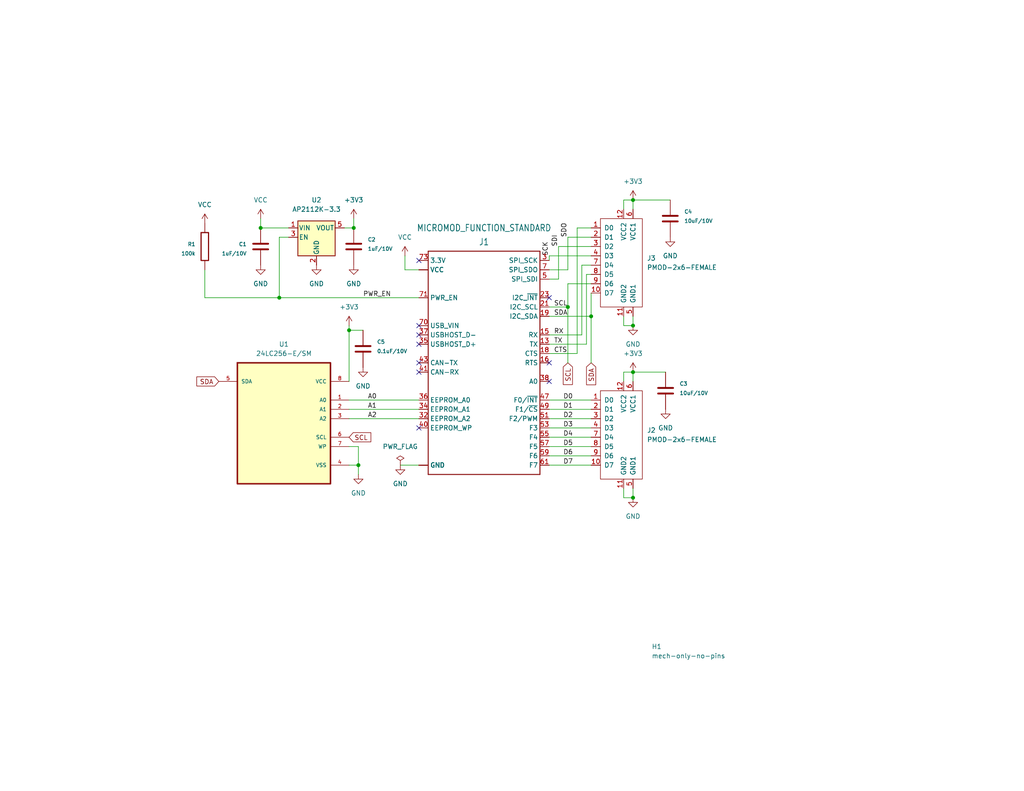
<source format=kicad_sch>
(kicad_sch (version 20211123) (generator eeschema)
  (paper "USLetter")
  (lib_symbols
    (symbol "power:+3.3V" (power) (pin_names (offset 0))
      (property "Value" "+3.3V" (at 0 3.556 0))
      (symbol "+3.3V_0_1"
        (polyline (pts (xy -0.762 1.27) (xy 0 2.54)))
        (polyline (pts (xy 0 0) (xy 0 2.54)))
        (polyline (pts (xy 0 2.54) (xy 0.762 1.27)))
      )
      (symbol "+3.3V_1_1"
        (pin power_in line (at 0 0 90) (length 0) hide (name "+3V3") (number "1"))
      )
    )
    (symbol "power:GND" (power) (pin_names (offset 0))
      (property "Value" "GND" (at 0 -3.81 0))
      (symbol "GND_0_1"
        (polyline (pts (xy 0 0) (xy 0 -1.27) (xy 1.27 -1.27) (xy 0 -2.54) (xy -1.27 -1.27) (xy 0 -1.27)))
      )
      (symbol "GND_1_1"
        (pin power_in line (at 0 0 270) (length 0) hide (name "GND") (number "1"))
      )
    )
    (symbol "power:PWR_FLAG" (power) (pin_numbers hide) (pin_names (offset 0) hide)
      (property "Value" "PWR_FLAG" (at 0 3.81 0))
      (symbol "PWR_FLAG_0_0"
        (pin power_out line (at 0 0 90) (length 0) (name "pwr") (number "1"))
      )
      (symbol "PWR_FLAG_0_1"
        (polyline (pts (xy 0 0) (xy 0 1.27) (xy -1.016 1.905) (xy 0 2.54) (xy 1.016 1.905) (xy 0 1.27)))
      )
    )
    (symbol "power:VCC" (power) (pin_names (offset 0))
      (property "Value" "VCC" (at 0 3.81 0))
      (symbol "VCC_0_1"
        (polyline (pts (xy -0.762 1.27) (xy 0 2.54)))
        (polyline (pts (xy 0 0) (xy 0 2.54)))
        (polyline (pts (xy 0 2.54) (xy 0.762 1.27)))
      )
      (symbol "VCC_1_1"
        (pin power_in line (at 0 0 90) (length 0) hide (name "VCC") (number "1"))
      )
    )
    (symbol "tom-connectors:PMOD-2x6-FEMALE" (pin_names (offset 1.016))
      (property "Reference" "J" (at 3.81 -11.43 0))
      (property "Value" "PMOD-2x6-FEMALE" (at -7.62 0 90))
      (symbol "PMOD-2x6-FEMALE_1_1"
        (rectangle (start -6.35 11.43) (end 5.08 -12.7))
        (rectangle (start 3.81 -6.35) (end 3.81 -6.35))
        (pin bidirectional line (at 7.62 8.89 180) (length 2.54) (name "D0") (number "1"))
        (pin bidirectional line (at 7.62 -8.89 180) (length 2.54) (name "D7") (number "10"))
        (pin passive line (at -1.27 -15.24 90) (length 2.54) (name "GND2") (number "11"))
        (pin passive line (at -1.27 13.97 270) (length 2.54) (name "VCC2") (number "12"))
        (pin bidirectional line (at 7.62 6.35 180) (length 2.54) (name "D1") (number "2"))
        (pin bidirectional line (at 7.62 3.81 180) (length 2.54) (name "D2") (number "3"))
        (pin bidirectional line (at 7.62 1.27 180) (length 2.54) (name "D3") (number "4"))
        (pin passive line (at -3.81 -15.24 90) (length 2.54) (name "GND1") (number "5"))
        (pin passive line (at -3.81 13.97 270) (length 2.54) (name "VCC1") (number "6"))
        (pin bidirectional line (at 7.62 -1.27 180) (length 2.54) (name "D4") (number "7"))
        (pin bidirectional line (at 7.62 -3.81 180) (length 2.54) (name "D5") (number "8"))
        (pin bidirectional line (at 7.62 -6.35 180) (length 2.54) (name "D6") (number "9"))
      )
    )
    (symbol "tom-mechanical:mech-only-no-pins" (pin_numbers hide) (pin_names (offset 0) hide)
      (property "Reference" "H" (at 0 0 0))
      (property "Value" "mech-only-no-pins" (at 0 2.54 0))
    )
    (symbol "tom-modules:MICROMOD_FUNCTION_STANDARD"
      (property "Reference" "J1" (at -15.24 28.448 0))
      (property "Value" "MICROMOD_FUNCTION_STANDARD" (at -15.24 -35.56 0))
      (symbol "MICROMOD_FUNCTION_STANDARD_1_0"
        (polyline (pts (xy -15.24 -33.02) (xy -15.24 27.94)) (stroke (width 0.254)))
        (polyline (pts (xy -15.24 27.94) (xy 15.24 27.94)) (stroke (width 0.254)))
        (polyline (pts (xy 15.24 -33.02) (xy -15.24 -33.02)) (stroke (width 0.254)))
        (polyline (pts (xy 15.24 27.94) (xy 15.24 -33.02)) (stroke (width 0.254)))
        (pin passive line (at -17.78 -30.48 0) (length 2.54) (name "GND") (number "1"))
        (pin bidirectional line (at 17.78 2.54 180) (length 2.54) (name "TX") (number "13"))
        (pin bidirectional line (at 17.78 5.08 180) (length 2.54) (name "RX") (number "15"))
        (pin bidirectional line (at 17.78 -2.54 180) (length 2.54) (name "RTS") (number "16"))
        (pin bidirectional line (at 17.78 0 180) (length 2.54) (name "CTS") (number "18"))
        (pin bidirectional line (at 17.78 10.16 180) (length 2.54) (name "I2C_SDA") (number "19"))
        (pin bidirectional line (at 17.78 12.7 180) (length 2.54) (name "I2C_SCL") (number "21"))
        (pin bidirectional line (at 17.78 15.24 180) (length 2.54) (name "I2C_~{INT}") (number "23"))
        (pin bidirectional line (at 17.78 25.4 180) (length 2.54) (name "SPI_SCK") (number "3"))
        (pin bidirectional line (at -17.78 -17.78 0) (length 2.54) (name "EEPROM_A2") (number "32"))
        (pin passive line (at -17.78 -30.48 0) (length 2.54) (name "GND") (number "33"))
        (pin bidirectional line (at -17.78 -15.24 0) (length 2.54) (name "EEPROM_A1") (number "34"))
        (pin bidirectional line (at -17.78 2.54 0) (length 2.54) (name "USBHOST_D+") (number "35"))
        (pin bidirectional line (at -17.78 -12.7 0) (length 2.54) (name "EEPROM_A0") (number "36"))
        (pin bidirectional line (at -17.78 5.08 0) (length 2.54) (name "USBHOST_D-") (number "37"))
        (pin bidirectional line (at 17.78 -7.62 180) (length 2.54) (name "A0") (number "38"))
        (pin passive line (at -17.78 -30.48 0) (length 2.54) (name "GND") (number "39"))
        (pin bidirectional line (at -17.78 -20.32 0) (length 2.54) (name "EEPROM_WP") (number "40"))
        (pin bidirectional line (at -17.78 -5.08 0) (length 2.54) (name "CAN-RX") (number "41"))
        (pin bidirectional line (at -17.78 -2.54 0) (length 2.54) (name "CAN-TX") (number "43"))
        (pin passive line (at -17.78 -30.48 0) (length 2.54) (name "GND") (number "45"))
        (pin bidirectional line (at 17.78 -12.7 180) (length 2.54) (name "F0/~{INT}") (number "47"))
        (pin bidirectional line (at 17.78 -15.24 180) (length 2.54) (name "F1/~{CS}") (number "49"))
        (pin bidirectional line (at 17.78 20.32 180) (length 2.54) (name "SPI_SDI") (number "5"))
        (pin bidirectional line (at 17.78 -17.78 180) (length 2.54) (name "F2/PWM") (number "51"))
        (pin bidirectional line (at 17.78 -20.32 180) (length 2.54) (name "F3") (number "53"))
        (pin bidirectional line (at 17.78 -22.86 180) (length 2.54) (name "F4") (number "55"))
        (pin bidirectional line (at 17.78 -25.4 180) (length 2.54) (name "F5") (number "57"))
        (pin bidirectional line (at 17.78 -27.94 180) (length 2.54) (name "F6") (number "59"))
        (pin bidirectional line (at 17.78 -30.48 180) (length 2.54) (name "F7") (number "61"))
        (pin bidirectional line (at 17.78 22.86 180) (length 2.54) (name "SPI_SDO") (number "7"))
        (pin bidirectional line (at -17.78 7.62 0) (length 2.54) (name "USB_VIN") (number "70"))
        (pin bidirectional line (at -17.78 15.24 0) (length 2.54) (name "PWR_EN") (number "71"))
        (pin passive line (at -17.78 22.86 0) (length 2.54) (name "VCC") (number "72"))
        (pin bidirectional line (at -17.78 25.4 0) (length 2.54) (name "3.3V") (number "73"))
        (pin power_out line (at -17.78 22.86 0) (length 2.54) (name "VCC") (number "74"))
        (pin passive line (at -17.78 -30.48 0) (length 2.54) (name "GND") (number "75"))
      )
    )
    (symbol "tom-passives:C" (pin_numbers hide) (pin_names (offset 0.254))
      (property "Reference" "C?" (at 0 2.54 0))
      (property "Value" "C" (at 0.1524 -2.159 0))
      (property "LCSC" "DNP" (at 0.1524 -3.81 0))
      (symbol "C_0_1"
        (polyline (pts (xy -2.032 -0.762) (xy 2.032 -0.762)) (stroke (width 0.508)))
        (polyline (pts (xy -2.032 0.762) (xy 2.032 0.762)) (stroke (width 0.508)))
      )
      (symbol "C_1_1"
        (pin passive line (at 0 5.08 270) (length 4.318) (name "~") (number "1"))
        (pin passive line (at 0 -5.08 90) (length 4.318) (name "~") (number "2"))
      )
    )
    (symbol "tom-passives:R" (pin_numbers hide) (pin_names (offset 0))
      (property "Reference" "R?" (at 2.032 0 90))
      (property "Value" "R" (at 0.1778 0.0254 90))
      (property "LCSC" "DNP" (at 3.5052 0 90))
      (symbol "R_0_1"
        (rectangle (start -1.016 3.81) (end 1.016 -3.81) (stroke (width 0.3048)))
      )
      (symbol "R_1_1"
        (pin passive line (at 0 6.35 270) (length 2.54) (name "~") (number "1"))
        (pin passive line (at 0 -6.35 90) (length 2.54) (name "~") (number "2"))
      )
    )
    (symbol "tom-semiconductors:24LC256-E{slash}SM" (pin_names (offset 1.016))
      (property "Reference" "U" (at -4.953 14.8844 0))
      (property "Value" "24LC256-E{slash}SM" (at -5.715 -23.3172 0))
      (symbol "24LC256-E{slash}SM_0_0"
        (rectangle (start -12.7 -20.32) (end 12.7 12.7) (stroke (width 0.4064)) (fill (type background)))
        (pin input line (at -17.78 2.54 0) (length 5.08) (name "A0") (number "1"))
        (pin input line (at -17.78 0 0) (length 5.08) (name "A1") (number "2"))
        (pin input line (at -17.78 -2.54 0) (length 5.08) (name "A2") (number "3"))
        (pin passive line (at -17.78 -15.24 0) (length 5.08) (name "VSS") (number "4"))
        (pin bidirectional line (at 17.78 7.62 180) (length 5.08) (name "SDA") (number "5"))
        (pin input line (at -17.78 -7.62 0) (length 5.08) (name "SCL") (number "6"))
        (pin input line (at -17.78 -10.16 0) (length 5.08) (name "WP") (number "7"))
        (pin power_in line (at -17.78 7.62 0) (length 5.08) (name "VCC") (number "8"))
      )
    )
    (symbol "tom-semiconductors:AP2112K-3.3" (pin_names (offset 0.254))
      (property "Reference" "U" (at -5.08 5.715 0))
      (property "Value" "AP2112K-3.3" (at 0 5.715 0))
      (symbol "AP2112K-3.3_0_1"
        (rectangle (start -5.08 4.445) (end 5.08 -5.08) (stroke (width 0.254)) (fill (type background)))
      )
      (symbol "AP2112K-3.3_1_1"
        (pin power_in line (at -7.62 2.54 0) (length 2.54) (name "VIN") (number "1"))
        (pin passive line (at 0 -7.62 90) (length 2.54) (name "GND") (number "2"))
        (pin input line (at -7.62 0 0) (length 2.54) (name "EN") (number "3"))
        (pin no_connect line (at 7.62 0 180) (length 2.54) hide (name "NC") (number "4"))
        (pin power_out line (at 7.62 2.54 180) (length 2.54) (name "VOUT") (number "5"))
      )
    )
  )
  (junction (at 172.72 101.6))
  (junction (at 76.2 81.28))
  (junction (at 154.94 83.82))
  (junction (at 172.72 54.61))
  (junction (at 172.72 88.9))
  (junction (at 95.25 90.17))
  (junction (at 172.72 135.89))
  (junction (at 71.12 62.23))
  (junction (at 96.52 62.23))
  (junction (at 97.79 127))
  (junction (at 161.29 86.36))
  (no_connect (at 149.86 99.06))
  (no_connect (at 114.3 71.12))
  (no_connect (at 114.3 88.9))
  (no_connect (at 114.3 91.44))
  (no_connect (at 114.3 93.98))
  (no_connect (at 149.86 104.14))
  (no_connect (at 149.86 81.28))
  (no_connect (at 114.3 101.6))
  (no_connect (at 114.3 99.06))
  (no_connect (at 114.3 116.84))
  (wire (pts (xy 157.48 62.23) (xy 157.48 96.52)))
  (wire (pts (xy 170.18 133.35) (xy 170.18 135.89)))
  (wire (pts (xy 158.75 72.39) (xy 158.75 91.44)))
  (wire (pts (xy 95.25 127) (xy 97.79 127)))
  (wire (pts (xy 170.18 135.89) (xy 172.72 135.89)))
  (wire (pts (xy 170.18 86.36) (xy 170.18 88.9)))
  (wire (pts (xy 149.86 69.85) (xy 161.29 69.85)))
  (wire (pts (xy 161.29 74.93) (xy 160.02 74.93)))
  (wire (pts (xy 170.18 88.9) (xy 172.72 88.9)))
  (wire (pts (xy 172.72 101.6) (xy 181.61 101.6)))
  (wire (pts (xy 95.25 121.92) (xy 97.79 121.92)))
  (wire (pts (xy 149.86 71.12) (xy 149.86 69.85)))
  (wire (pts (xy 149.86 119.38) (xy 161.29 119.38)))
  (wire (pts (xy 110.49 69.85) (xy 110.49 73.66)))
  (wire (pts (xy 149.86 121.92) (xy 161.29 121.92)))
  (wire (pts (xy 95.25 114.3) (xy 114.3 114.3)))
  (wire (pts (xy 154.94 73.66) (xy 154.94 64.77)))
  (wire (pts (xy 160.02 74.93) (xy 160.02 93.98)))
  (wire (pts (xy 149.86 109.22) (xy 161.29 109.22)))
  (wire (pts (xy 161.29 72.39) (xy 158.75 72.39)))
  (wire (pts (xy 149.86 76.2) (xy 152.4 76.2)))
  (wire (pts (xy 95.25 90.17) (xy 99.06 90.17)))
  (wire (pts (xy 172.72 54.61) (xy 182.88 54.61)))
  (wire (pts (xy 93.98 62.23) (xy 96.52 62.23)))
  (wire (pts (xy 161.29 80.01) (xy 161.29 86.36)))
  (wire (pts (xy 161.29 67.31) (xy 152.4 67.31)))
  (wire (pts (xy 76.2 81.28) (xy 55.88 81.28)))
  (wire (pts (xy 95.25 111.76) (xy 114.3 111.76)))
  (wire (pts (xy 161.29 62.23) (xy 157.48 62.23)))
  (wire (pts (xy 154.94 83.82) (xy 154.94 77.47)))
  (wire (pts (xy 172.72 133.35) (xy 172.72 135.89)))
  (wire (pts (xy 154.94 83.82) (xy 154.94 99.06)))
  (wire (pts (xy 172.72 101.6) (xy 172.72 104.14)))
  (wire (pts (xy 149.86 116.84) (xy 161.29 116.84)))
  (wire (pts (xy 149.86 114.3) (xy 161.29 114.3)))
  (wire (pts (xy 152.4 67.31) (xy 152.4 76.2)))
  (wire (pts (xy 154.94 77.47) (xy 161.29 77.47)))
  (wire (pts (xy 55.88 81.28) (xy 55.88 73.66)))
  (wire (pts (xy 114.3 81.28) (xy 76.2 81.28)))
  (wire (pts (xy 95.25 88.9) (xy 95.25 90.17)))
  (wire (pts (xy 76.2 81.28) (xy 76.2 64.77)))
  (wire (pts (xy 96.52 59.69) (xy 96.52 62.23)))
  (wire (pts (xy 149.86 86.36) (xy 161.29 86.36)))
  (wire (pts (xy 97.79 121.92) (xy 97.79 127)))
  (wire (pts (xy 172.72 54.61) (xy 172.72 57.15)))
  (wire (pts (xy 95.25 109.22) (xy 114.3 109.22)))
  (wire (pts (xy 170.18 54.61) (xy 172.72 54.61)))
  (wire (pts (xy 149.86 111.76) (xy 161.29 111.76)))
  (wire (pts (xy 172.72 86.36) (xy 172.72 88.9)))
  (wire (pts (xy 149.86 73.66) (xy 154.94 73.66)))
  (wire (pts (xy 170.18 57.15) (xy 170.18 54.61)))
  (wire (pts (xy 95.25 90.17) (xy 95.25 104.14)))
  (wire (pts (xy 170.18 104.14) (xy 170.18 101.6)))
  (wire (pts (xy 149.86 124.46) (xy 161.29 124.46)))
  (wire (pts (xy 157.48 96.52) (xy 149.86 96.52)))
  (wire (pts (xy 71.12 59.69) (xy 71.12 62.23)))
  (wire (pts (xy 154.94 64.77) (xy 161.29 64.77)))
  (wire (pts (xy 149.86 127) (xy 161.29 127)))
  (wire (pts (xy 160.02 93.98) (xy 149.86 93.98)))
  (wire (pts (xy 149.86 83.82) (xy 154.94 83.82)))
  (wire (pts (xy 158.75 91.44) (xy 149.86 91.44)))
  (wire (pts (xy 76.2 64.77) (xy 78.74 64.77)))
  (wire (pts (xy 71.12 62.23) (xy 78.74 62.23)))
  (wire (pts (xy 109.22 127) (xy 114.3 127)))
  (wire (pts (xy 170.18 101.6) (xy 172.72 101.6)))
  (wire (pts (xy 110.49 73.66) (xy 114.3 73.66)))
  (wire (pts (xy 161.29 86.36) (xy 161.29 99.06)))
  (wire (pts (xy 97.79 127) (xy 97.79 129.54)))
  (label "SCL" (at 151.13 83.82 0))
  (label "SDA" (at 151.13 86.36 0))
  (label "SCK" (at 149.86 69.85 90))
  (label "SDI" (at 152.4 67.31 90))
  (label "SDO" (at 154.94 64.77 90))
  (label "D0" (at 153.67 109.22 0))
  (label "CTS" (at 151.13 96.52 0))
  (label "RX" (at 151.13 91.44 0))
  (label "PWR_EN" (at 99.06 81.28 0))
  (label "D5" (at 153.67 121.92 0))
  (label "TX" (at 151.13 93.98 0))
  (label "D2" (at 153.67 114.3 0))
  (label "A2" (at 100.33 114.3 0))
  (label "A0" (at 100.33 109.22 0))
  (label "D7" (at 153.67 127 0))
  (label "D4" (at 153.67 119.38 0))
  (label "D3" (at 153.67 116.84 0))
  (label "A1" (at 100.33 111.76 0))
  (label "D1" (at 153.67 111.76 0))
  (label "D6" (at 153.67 124.46 0))
  (global_label "SDA" (shape input) (at 161.29 99.06 270) (property "Intersheet References" "${INTERSHEET_REFS}" (effects hide)))
  (global_label "SDA" (shape input) (at 59.69 104.14 180) (property "Intersheet References" "${INTERSHEET_REFS}" (effects hide)))
  (global_label "SCL" (shape input) (at 95.25 119.38 0) (property "Intersheet References" "${INTERSHEET_REFS}" (effects hide)))
  (global_label "SCL" (shape input) (at 154.94 99.06 270) (property "Intersheet References" "${INTERSHEET_REFS}" (effects hide)))
  (symbol (lib_id "power:PWR_FLAG") (at 109.22 127 0) (unit 1)
    (property "Reference" "#FLG01" (effects hide))
    (property "Value" "PWR_FLAG" (at 109.22 121.92 0))
  )
  (symbol (lib_id "tom-passives:R") (at 55.88 67.31 0) (mirror x) (unit 1)
    (property "Reference" "R1" (at 53.34 66.675 0) (effects (font (size 1.016 1.016)) (justify right)))
    (property "Value" "100k" (at 53.34 69.215 0) (effects (font (size 1.016 1.016)) (justify right)))
    (property "Footprint" "tom-passives:R_0805_2012Metric" (effects hide))
    (property "LCSC" "DNP" (effects hide))
  )
  (symbol (lib_id "power:+3.3V") (at 96.52 59.69 0) (unit 1)
    (property "Reference" "#PWR09" (effects hide))
    (property "Value" "+3.3V" (at 96.52 54.61 0))
  )
  (symbol (lib_id "power:VCC") (at 55.88 60.96 0) (unit 1)
    (property "Reference" "#PWR02" (effects hide))
    (property "Value" "VCC" (at 55.88 55.88 0))
  )
  (symbol (lib_id "power:GND") (at 86.36 72.39 0) (unit 1)
    (property "Reference" "#PWR07" (effects hide))
    (property "Value" "GND" (at 86.36 77.47 0))
  )
  (symbol (lib_id "tom-modules:MICROMOD_FUNCTION_STANDARD") (at 132.08 96.52 0) (unit 1)
    (property "Reference" "J1" (at 132.08 66.04 0) (effects (font (size 1.778 1.5113))))
    (property "Value" "MICROMOD_FUNCTION_STANDARD" (at 132.08 62.23 0) (effects (font (size 1.778 1.5113))))
    (property "Footprint" "tom-modules:MICROMOD_FUNCTION_STANDARD" (effects hide))
  )
  (symbol (lib_id "tom-passives:C") (at 71.12 67.31 0) (mirror x) (unit 1)
    (property "Reference" "C1" (at 67.31 66.675 0) (effects (font (size 1.016 1.016)) (justify right)))
    (property "Value" "1uF/10V" (at 67.31 69.215 0) (effects (font (size 1.016 1.016)) (justify right)))
    (property "Footprint" "tom-passives:C_0805_2012Metric_Pad1.15x1.40mm_HandSolder" (effects hide))
    (property "LCSC" "DNP" (effects hide))
  )
  (symbol (lib_id "power:GND") (at 109.22 127 0) (unit 1)
    (property "Reference" "#PWR01" (effects hide))
    (property "Value" "GND" (at 109.22 132.08 0))
  )
  (symbol (lib_id "power:+3.3V") (at 172.72 101.6 0) (unit 1)
    (property "Reference" "#PWR03" (effects hide))
    (property "Value" "+3.3V" (at 172.72 96.52 0))
  )
  (symbol (lib_id "power:GND") (at 97.79 129.54 0) (unit 1)
    (property "Reference" "#PWR011" (effects hide))
    (property "Value" "GND" (at 97.79 134.62 0))
  )
  (symbol (lib_id "tom-passives:C") (at 96.52 67.31 0) (unit 1)
    (property "Reference" "C2" (at 100.33 65.405 0) (effects (font (size 1.016 1.016)) (justify left)))
    (property "Value" "1uF/10V" (at 100.33 67.945 0) (effects (font (size 1.016 1.016)) (justify left)))
    (property "Footprint" "tom-passives:C_0805_2012Metric_Pad1.15x1.40mm_HandSolder" (effects hide))
    (property "LCSC" "DNP" (effects hide))
  )
  (symbol (lib_id "power:GND") (at 182.88 64.77 0) (unit 1)
    (property "Reference" "#PWR016" (effects hide))
    (property "Value" "GND" (at 182.88 69.85 0))
  )
  (symbol (lib_id "tom-connectors:PMOD-2x6-FEMALE") (at 168.91 71.12 0) (mirror y) (unit 1)
    (property "Reference" "J3" (at 176.53 70.4849 0) (effects (justify right)))
    (property "Value" "PMOD-2x6-FEMALE" (at 176.53 73.0249 0) (effects (justify right)))
    (property "Footprint" "tom-connectors:PMOD_2X6_PTH_RA_SOCKET" (effects hide))
  )
  (symbol (lib_id "power:GND") (at 71.12 72.39 0) (unit 1)
    (property "Reference" "#PWR06" (effects hide))
    (property "Value" "GND" (at 71.12 77.47 0))
  )
  (symbol (lib_id "tom-passives:C") (at 99.06 95.25 0) (unit 1)
    (property "Reference" "C5" (at 102.87 93.345 0) (effects (font (size 1.016 1.016)) (justify left)))
    (property "Value" "0.1uF/10V" (at 102.87 95.885 0) (effects (font (size 1.016 1.016)) (justify left)))
    (property "Footprint" "tom-passives:C_0805_2012Metric_Pad1.15x1.40mm_HandSolder" (effects hide))
    (property "LCSC" "DNP" (effects hide))
  )
  (symbol (lib_id "power:GND") (at 96.52 72.39 0) (unit 1)
    (property "Reference" "#PWR010" (effects hide))
    (property "Value" "GND" (at 96.52 77.47 0))
  )
  (symbol (lib_id "power:GND") (at 172.72 135.89 0) (unit 1)
    (property "Reference" "#PWR04" (effects hide))
    (property "Value" "GND" (at 172.72 140.97 0))
  )
  (symbol (lib_id "tom-connectors:PMOD-2x6-FEMALE") (at 168.91 118.11 0) (mirror y) (unit 1)
    (property "Reference" "J2" (at 176.53 117.4749 0) (effects (justify right)))
    (property "Value" "PMOD-2x6-FEMALE" (at 176.53 120.0149 0) (effects (justify right)))
    (property "Footprint" "tom-connectors:PMOD_2X6_PTH_RA_SOCKET" (effects hide))
  )
  (symbol (lib_id "power:+3.3V") (at 172.72 54.61 0) (unit 1)
    (property "Reference" "#PWR013" (effects hide))
    (property "Value" "+3.3V" (at 172.72 49.53 0))
  )
  (symbol (lib_id "power:GND") (at 172.72 88.9 0) (unit 1)
    (property "Reference" "#PWR014" (effects hide))
    (property "Value" "GND" (at 172.72 93.98 0))
  )
  (symbol (lib_id "tom-passives:C") (at 181.61 106.68 0) (unit 1)
    (property "Reference" "C3" (at 185.42 104.775 0) (effects (font (size 1.016 1.016)) (justify left)))
    (property "Value" "10uF/10V" (at 185.42 107.315 0) (effects (font (size 1.016 1.016)) (justify left)))
    (property "Footprint" "tom-passives:C_0805_2012Metric_Pad1.15x1.40mm_HandSolder" (effects hide))
    (property "LCSC" "DNP" (effects hide))
  )
  (symbol (lib_id "power:VCC") (at 71.12 59.69 0) (unit 1)
    (property "Reference" "#PWR05" (effects hide))
    (property "Value" "VCC" (at 71.12 54.61 0))
  )
  (symbol (lib_id "power:GND") (at 99.06 100.33 0) (unit 1)
    (property "Reference" "#PWR017" (effects hide))
    (property "Value" "GND" (at 99.06 105.41 0))
  )
  (symbol (lib_id "tom-semiconductors:24LC256-E{slash}SM") (at 77.47 111.76 0) (mirror y) (unit 1)
    (property "Reference" "U1" (at 77.47 93.98 0))
    (property "Value" "24LC256-E{slash}SM" (at 77.47 96.52 0))
    (property "Footprint" "tom-semiconductors:SOIC127P600X175-8N" (effects hide))
    (property "OC_FARNELL" "1579573" (effects hide))
    (property "MPN" "24LC256-E/SM" (effects hide))
    (property "PACKAGE" "SOIC-8" (effects hide))
    (property "OC_NEWARK" "92C7171" (effects hide))
    (property "SUPPLIER" "MICROCHIP" (effects hide))
  )
  (symbol (lib_id "power:VCC") (at 110.49 69.85 0) (unit 1)
    (property "Reference" "#PWR012" (effects hide))
    (property "Value" "VCC" (at 110.49 64.77 0))
  )
  (symbol (lib_id "tom-passives:C") (at 182.88 59.69 0) (unit 1)
    (property "Reference" "C4" (at 186.69 57.785 0) (effects (font (size 1.016 1.016)) (justify left)))
    (property "Value" "10uF/10V" (at 186.69 60.325 0) (effects (font (size 1.016 1.016)) (justify left)))
    (property "Footprint" "tom-passives:C_0805_2012Metric_Pad1.15x1.40mm_HandSolder" (effects hide))
    (property "LCSC" "DNP" (effects hide))
  )
  (symbol (lib_id "tom-mechanical:mech-only-no-pins") (at 176.53 177.8 0) (unit 1)
    (property "Reference" "H1" (at 177.8 176.5299 0) (effects (justify left)))
    (property "Value" "mech-only-no-pins" (at 177.8 179.0699 0) (effects (justify left)))
    (property "Footprint" "tom-mechanical:mask" (effects hide))
  )
  (symbol (lib_id "tom-semiconductors:AP2112K-3.3") (at 86.36 64.77 0) (unit 1)
    (property "Reference" "U2" (at 86.36 54.61 0))
    (property "Value" "AP2112K-3.3" (at 86.36 57.15 0))
    (property "Footprint" "tom-semiconductors:SOT-23-5" (effects hide))
    (property "Datasheet" "https://www.diodes.com/assets/Datasheets/AP2112.pdf" (effects hide))
  )
  (symbol (lib_id "power:GND") (at 181.61 111.76 0) (unit 1)
    (property "Reference" "#PWR015" (effects hide))
    (property "Value" "GND" (at 181.61 116.84 0))
  )
  (symbol (lib_id "power:+3.3V") (at 95.25 88.9 0) (unit 1)
    (property "Reference" "#PWR08" (effects hide))
    (property "Value" "+3.3V" (at 95.25 83.82 0))
  )
)
</source>
